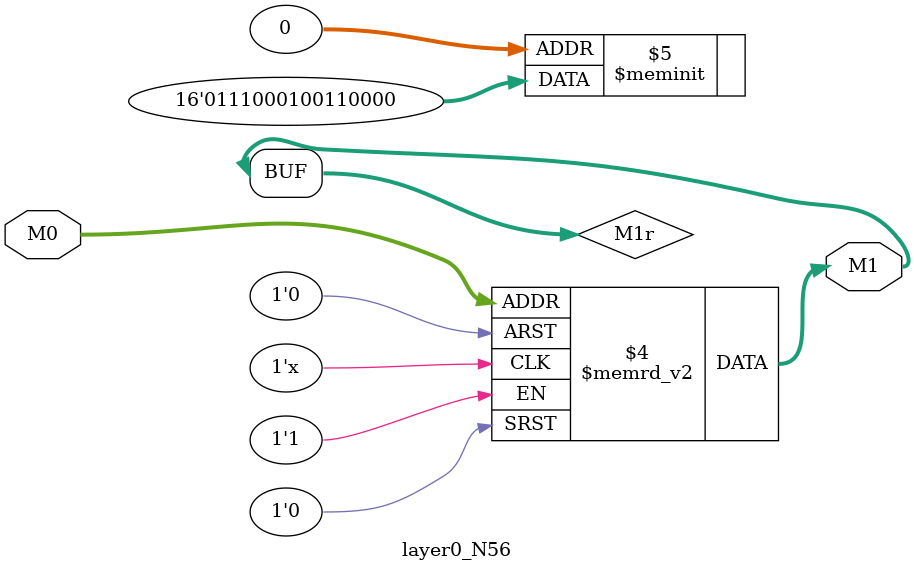
<source format=v>
module layer0_N56 ( input [2:0] M0, output [1:0] M1 );

	(*rom_style = "distributed" *) reg [1:0] M1r;
	assign M1 = M1r;
	always @ (M0) begin
		case (M0)
			3'b000: M1r = 2'b00;
			3'b100: M1r = 2'b01;
			3'b010: M1r = 2'b11;
			3'b110: M1r = 2'b11;
			3'b001: M1r = 2'b00;
			3'b101: M1r = 2'b00;
			3'b011: M1r = 2'b00;
			3'b111: M1r = 2'b01;

		endcase
	end
endmodule

</source>
